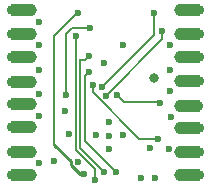
<source format=gbr>
%TF.GenerationSoftware,KiCad,Pcbnew,(6.0.1-0)*%
%TF.CreationDate,2022-02-07T15:37:48-08:00*%
%TF.ProjectId,Untitled,556e7469-746c-4656-942e-6b696361645f,rev?*%
%TF.SameCoordinates,Original*%
%TF.FileFunction,Copper,L4,Bot*%
%TF.FilePolarity,Positive*%
%FSLAX46Y46*%
G04 Gerber Fmt 4.6, Leading zero omitted, Abs format (unit mm)*
G04 Created by KiCad (PCBNEW (6.0.1-0)) date 2022-02-07 15:37:48*
%MOMM*%
%LPD*%
G01*
G04 APERTURE LIST*
G04 Aperture macros list*
%AMFreePoly0*
4,1,18,0.825000,-0.500000,-0.825000,-0.500000,-0.825000,-0.495033,-0.904941,-0.493568,-1.040256,-0.451293,-1.158266,-0.372738,-1.249486,-0.264219,-1.306581,-0.134460,-1.324963,0.006109,-1.303152,0.146186,-1.242904,0.274511,-1.149060,0.380769,-1.029165,0.456417,-0.892858,0.495374,-0.825000,0.494959,-0.825000,0.500000,0.825000,0.500000,0.825000,-0.500000,0.825000,-0.500000,$1*%
G04 Aperture macros list end*
%TA.AperFunction,SMDPad,CuDef*%
%ADD10FreePoly0,0.000000*%
%TD*%
%TA.AperFunction,ComponentPad*%
%ADD11C,0.750000*%
%TD*%
%TA.AperFunction,SMDPad,CuDef*%
%ADD12FreePoly0,180.000000*%
%TD*%
%TA.AperFunction,ViaPad*%
%ADD13C,0.600000*%
%TD*%
%TA.AperFunction,ViaPad*%
%ADD14C,0.800000*%
%TD*%
%TA.AperFunction,Conductor*%
%ADD15C,0.200000*%
%TD*%
%TA.AperFunction,Conductor*%
%ADD16C,0.250000*%
%TD*%
G04 APERTURE END LIST*
D10*
%TO.P,J11,1,Pin_1*%
%TO.N,SX_DIO3*%
X159162000Y-107000000D03*
D11*
X160000000Y-107000000D03*
X158400000Y-107000000D03*
%TD*%
D10*
%TO.P,J14,1,Pin_1*%
%TO.N,SX_DIO0*%
X159162000Y-101000000D03*
D11*
X160000000Y-101000000D03*
X158400000Y-101000000D03*
%TD*%
%TO.P,J10,1,Pin_1*%
%TO.N,GND*%
X158400000Y-109000000D03*
X160000000Y-109000000D03*
D10*
X159162000Y-109000000D03*
%TD*%
D11*
%TO.P,J9,1,Pin_1*%
%TO.N,ANT_OUT*%
X158400000Y-111000000D03*
X160000000Y-111000000D03*
D10*
X159162000Y-111000000D03*
%TD*%
%TO.P,J15,1,Pin_1*%
%TO.N,SX_DIO1*%
X159162000Y-99000000D03*
D11*
X160000000Y-99000000D03*
X158400000Y-99000000D03*
%TD*%
%TO.P,J13,1,Pin_1*%
%TO.N,+3V3*%
X160000000Y-103000000D03*
X158400000Y-103000000D03*
D10*
X159162000Y-103000000D03*
%TD*%
D11*
%TO.P,J12,1,Pin_1*%
%TO.N,SX_BUSY*%
X158380000Y-105100000D03*
D10*
X159142000Y-105100000D03*
D11*
X159980000Y-105100000D03*
%TD*%
%TO.P,J16,1,Pin_1*%
%TO.N,SX_DIO2*%
X160000000Y-97000000D03*
D10*
X159162000Y-97000000D03*
D11*
X158400000Y-97000000D03*
%TD*%
D12*
%TO.P,J5,1,Pin_1*%
%TO.N,SX_CS*%
X144838000Y-105000000D03*
D11*
X145600000Y-105000000D03*
X144000000Y-105000000D03*
%TD*%
D12*
%TO.P,J3,1,Pin_1*%
%TO.N,MOSI*%
X144838000Y-101000000D03*
D11*
X144000000Y-101000000D03*
X145600000Y-101000000D03*
%TD*%
%TO.P,J4,1,Pin_1*%
%TO.N,SCK*%
X145600000Y-103140000D03*
X144000000Y-103140000D03*
D12*
X144838000Y-103140000D03*
%TD*%
D11*
%TO.P,J6,1,Pin_1*%
%TO.N,SX_RST*%
X145600000Y-106900000D03*
D12*
X144838000Y-106900000D03*
D11*
X144000000Y-106900000D03*
%TD*%
D12*
%TO.P,J2,1,Pin_1*%
%TO.N,MISO*%
X144838000Y-99000000D03*
D11*
X145600000Y-99000000D03*
X144000000Y-99000000D03*
%TD*%
%TO.P,J8,1,Pin_1*%
%TO.N,GND*%
X145600000Y-111000000D03*
X144000000Y-111000000D03*
D12*
X144838000Y-111000000D03*
%TD*%
D11*
%TO.P,J1,1,Pin_1*%
%TO.N,GND*%
X144000000Y-97000000D03*
D12*
X144838000Y-97000000D03*
D11*
X145600000Y-97000000D03*
%TD*%
%TO.P,J7,1,Pin_1*%
%TO.N,unconnected-(J7-Pad1)*%
X144000000Y-109000000D03*
X145600000Y-109000000D03*
D12*
X144838000Y-109000000D03*
%TD*%
D13*
%TO.N,+3V3*%
X148600000Y-105600000D03*
%TO.N,GND*%
X155000000Y-111200000D03*
X153500000Y-107600000D03*
X156200000Y-111200000D03*
X146400000Y-98000000D03*
X157600000Y-106100000D03*
X146400000Y-102100000D03*
X146400000Y-104100000D03*
X152300000Y-108800000D03*
X153500000Y-100000000D03*
X146400000Y-106000000D03*
X151900000Y-101500000D03*
X155800000Y-108700000D03*
X157400000Y-108800000D03*
X148900000Y-107500000D03*
X157500000Y-100000000D03*
X152300000Y-106500000D03*
X152300000Y-107700000D03*
X151200000Y-107600000D03*
X157500000Y-102100000D03*
X157500000Y-103900000D03*
X146400000Y-110000000D03*
X146400000Y-100000000D03*
X147700000Y-109800000D03*
D14*
%TO.N,+3V3*%
X156100000Y-102800000D03*
D13*
X149700000Y-109900000D03*
%TO.N,Net-(U1-Pad16)*%
X150200000Y-110900000D03*
X149700000Y-97300000D03*
%TO.N,Net-(U1-Pad17)*%
X149500000Y-99200000D03*
X151100000Y-111400000D03*
%TO.N,Net-(U1-Pad18)*%
X150600000Y-100900000D03*
X151900000Y-110700000D03*
%TO.N,Net-(U1-Pad19)*%
X152900000Y-110700000D03*
X150600469Y-102300000D03*
%TO.N,Net-(U1-Pad3)*%
X148700000Y-104200000D03*
X150700000Y-98500000D03*
%TO.N,SX_BUSY*%
X156640835Y-104897033D03*
X153000000Y-104200000D03*
%TO.N,SX_DIO1*%
X152085383Y-104258333D03*
X156799500Y-98800000D03*
%TO.N,SX_DIO2*%
X151700000Y-103500000D03*
X156100000Y-97300000D03*
%TO.N,SX_DIO3*%
X150937283Y-103372360D03*
X156500000Y-107900000D03*
%TD*%
D15*
%TO.N,Net-(U1-Pad16)*%
X149600000Y-97300000D02*
X149700000Y-97300000D01*
D16*
X147700000Y-108400000D02*
X149100000Y-109800000D01*
D15*
X147700000Y-99200000D02*
X149600000Y-97300000D01*
D16*
X149100000Y-109800000D02*
X149100000Y-110100000D01*
X149900000Y-110900000D02*
X150200000Y-110900000D01*
D15*
X147700000Y-108400000D02*
X147700000Y-99200000D01*
D16*
X149100000Y-110100000D02*
X149900000Y-110900000D01*
D15*
%TO.N,Net-(U1-Pad17)*%
X149500000Y-108865006D02*
X149500000Y-99200000D01*
X151100000Y-111400000D02*
X151100000Y-110465006D01*
X151100000Y-110465006D02*
X149500000Y-108865006D01*
%TO.N,Net-(U1-Pad18)*%
X151900000Y-110700000D02*
X149900969Y-108700969D01*
X149900969Y-101200969D02*
X150299031Y-101200969D01*
X149900969Y-101200969D02*
X149900000Y-101200000D01*
X149900969Y-108700969D02*
X149900969Y-101200969D01*
X150299031Y-101200969D02*
X150600000Y-100900000D01*
%TO.N,Net-(U1-Pad19)*%
X152900000Y-110700000D02*
X150300489Y-108100489D01*
X150300489Y-102599980D02*
X150600469Y-102300000D01*
X150300489Y-108100489D02*
X150300489Y-103300000D01*
X150300489Y-103300000D02*
X150300489Y-102599980D01*
%TO.N,Net-(U1-Pad3)*%
X148700000Y-104400000D02*
X148700000Y-104200000D01*
X149210252Y-98500489D02*
X148700000Y-99010741D01*
X148700000Y-99010741D02*
X148700000Y-104400000D01*
X150700489Y-98500489D02*
X149210252Y-98500489D01*
X150700489Y-98500489D02*
X150700000Y-98500000D01*
%TO.N,SX_BUSY*%
X153600000Y-104800000D02*
X156500000Y-104800000D01*
X156500000Y-104800000D02*
X156597033Y-104897033D01*
X153000000Y-104200000D02*
X153600000Y-104800000D01*
X156597033Y-104897033D02*
X156640835Y-104897033D01*
%TO.N,SX_DIO1*%
X156843716Y-99500000D02*
X156843716Y-98844216D01*
X156843716Y-98844216D02*
X156799500Y-98800000D01*
X152085383Y-104258333D02*
X156843716Y-99500000D01*
%TO.N,SX_DIO2*%
X151700000Y-103500000D02*
X156100000Y-99100000D01*
X156100000Y-99100000D02*
X156100000Y-97300000D01*
%TO.N,SX_DIO3*%
X150937283Y-103958071D02*
X154879212Y-107900000D01*
X150937283Y-103372360D02*
X150937283Y-103958071D01*
X154879212Y-107900000D02*
X156500000Y-107900000D01*
%TD*%
M02*

</source>
